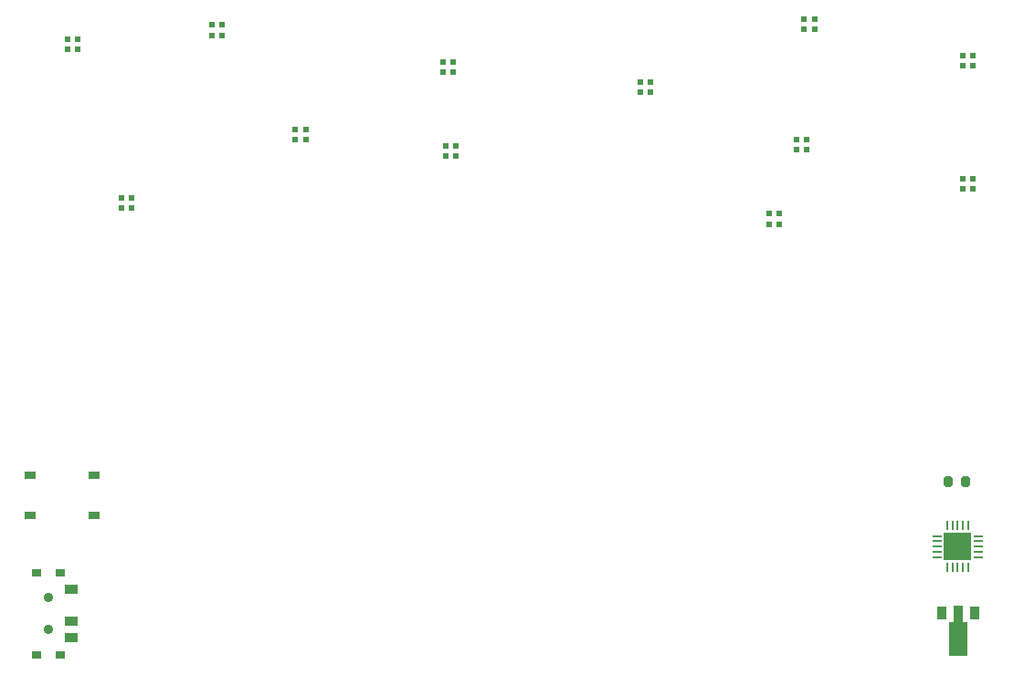
<source format=gts>
%TF.GenerationSoftware,KiCad,Pcbnew,9.0.7*%
%TF.CreationDate,2026-01-22T21:49:42+01:00*%
%TF.ProjectId,RamadanCard,52616d61-6461-46e4-9361-72642e6b6963,rev?*%
%TF.SameCoordinates,Original*%
%TF.FileFunction,Soldermask,Top*%
%TF.FilePolarity,Negative*%
%FSLAX46Y46*%
G04 Gerber Fmt 4.6, Leading zero omitted, Abs format (unit mm)*
G04 Created by KiCad (PCBNEW 9.0.7) date 2026-01-22 21:49:42*
%MOMM*%
%LPD*%
G01*
G04 APERTURE LIST*
G04 Aperture macros list*
%AMRoundRect*
0 Rectangle with rounded corners*
0 $1 Rounding radius*
0 $2 $3 $4 $5 $6 $7 $8 $9 X,Y pos of 4 corners*
0 Add a 4 corners polygon primitive as box body*
4,1,4,$2,$3,$4,$5,$6,$7,$8,$9,$2,$3,0*
0 Add four circle primitives for the rounded corners*
1,1,$1+$1,$2,$3*
1,1,$1+$1,$4,$5*
1,1,$1+$1,$6,$7*
1,1,$1+$1,$8,$9*
0 Add four rect primitives between the rounded corners*
20,1,$1+$1,$2,$3,$4,$5,0*
20,1,$1+$1,$4,$5,$6,$7,0*
20,1,$1+$1,$6,$7,$8,$9,0*
20,1,$1+$1,$8,$9,$2,$3,0*%
%AMFreePoly0*
4,1,9,3.862500,-0.866500,0.737500,-0.866500,0.737500,-0.450000,-0.737500,-0.450000,-0.737500,0.450000,0.737500,0.450000,0.737500,0.866500,3.862500,0.866500,3.862500,-0.866500,3.862500,-0.866500,$1*%
G04 Aperture macros list end*
%ADD10R,0.550000X0.550000*%
%ADD11RoundRect,0.200000X0.200000X0.275000X-0.200000X0.275000X-0.200000X-0.275000X0.200000X-0.275000X0*%
%ADD12R,0.900000X1.300000*%
%ADD13FreePoly0,270.000000*%
%ADD14C,0.900000*%
%ADD15R,1.200000X0.900000*%
%ADD16R,0.900000X0.800000*%
%ADD17RoundRect,0.062500X-0.350000X-0.062500X0.350000X-0.062500X0.350000X0.062500X-0.350000X0.062500X0*%
%ADD18RoundRect,0.062500X-0.062500X-0.350000X0.062500X-0.350000X0.062500X0.350000X-0.062500X0.350000X0*%
%ADD19R,2.500000X2.500000*%
%ADD20R,1.000000X0.750000*%
G04 APERTURE END LIST*
D10*
%TO.C,D14*%
X148545100Y-87094200D03*
X149495100Y-87094200D03*
X149495100Y-86144200D03*
X148545100Y-86144200D03*
%TD*%
D11*
%TO.C,R1*%
X164269700Y-117873200D03*
X162619700Y-117873200D03*
%TD*%
D12*
%TO.C,U2*%
X165054200Y-130104500D03*
D13*
X163554200Y-130192000D03*
D12*
X162054200Y-130104500D03*
%TD*%
D14*
%TO.C,J1*%
X79224600Y-128639300D03*
X79224600Y-131639300D03*
D15*
X81374600Y-127889300D03*
X81357202Y-130844138D03*
X81374600Y-132389300D03*
D16*
X80324600Y-126339300D03*
X80324600Y-133939300D03*
X78124600Y-133939300D03*
X78124600Y-126339300D03*
%TD*%
D10*
%TO.C,D9*%
X116025000Y-87675800D03*
X116975000Y-87675800D03*
X116975000Y-86725800D03*
X116025000Y-86725800D03*
%TD*%
%TO.C,D2*%
X149285600Y-75900700D03*
X150235600Y-75900700D03*
X150235600Y-74950700D03*
X149285600Y-74950700D03*
%TD*%
%TO.C,D8*%
X102123800Y-86136300D03*
X103073800Y-86136300D03*
X103073800Y-85186300D03*
X102123800Y-85186300D03*
%TD*%
D17*
%TO.C,U1*%
X161572900Y-122922700D03*
X161572900Y-123422700D03*
X161572900Y-123922700D03*
X161572900Y-124422700D03*
X161572900Y-124922700D03*
D18*
X162510400Y-125860200D03*
X163010400Y-125860200D03*
X163510400Y-125860200D03*
X164010400Y-125860200D03*
X164510400Y-125860200D03*
D17*
X165447900Y-124922700D03*
X165447900Y-124422700D03*
X165447900Y-123922700D03*
X165447900Y-123422700D03*
X165447900Y-122922700D03*
D18*
X164510400Y-121985200D03*
X164010400Y-121985200D03*
X163510400Y-121985200D03*
X163010400Y-121985200D03*
X162510400Y-121985200D03*
D19*
X163510400Y-123922700D03*
%TD*%
D10*
%TO.C,D3*%
X134054000Y-81747500D03*
X135004000Y-81747500D03*
X135004000Y-80797500D03*
X134054000Y-80797500D03*
%TD*%
%TO.C,D5*%
X94373200Y-76450100D03*
X95323200Y-76450100D03*
X95323200Y-75500100D03*
X94373200Y-75500100D03*
%TD*%
%TO.C,D1*%
X163987600Y-79303900D03*
X164937600Y-79303900D03*
X164937600Y-78353900D03*
X163987600Y-78353900D03*
%TD*%
D20*
%TO.C,S1*%
X77499400Y-117249300D03*
X83499400Y-117249300D03*
X77499400Y-120999300D03*
X83499400Y-120999300D03*
%TD*%
D10*
%TO.C,D15*%
X146025000Y-93975000D03*
X146975000Y-93975000D03*
X146975000Y-93025000D03*
X146025000Y-93025000D03*
%TD*%
%TO.C,D7*%
X86000000Y-92500000D03*
X86950000Y-92500000D03*
X86950000Y-91550000D03*
X86000000Y-91550000D03*
%TD*%
%TO.C,D4*%
X115773000Y-79854900D03*
X116723000Y-79854900D03*
X116723000Y-78904900D03*
X115773000Y-78904900D03*
%TD*%
%TO.C,D6*%
X81025000Y-77769700D03*
X81975000Y-77769700D03*
X81975000Y-76819700D03*
X81025000Y-76819700D03*
%TD*%
%TO.C,D16*%
X163943700Y-90739600D03*
X164893700Y-90739600D03*
X164893700Y-89789600D03*
X163943700Y-89789600D03*
%TD*%
M02*

</source>
